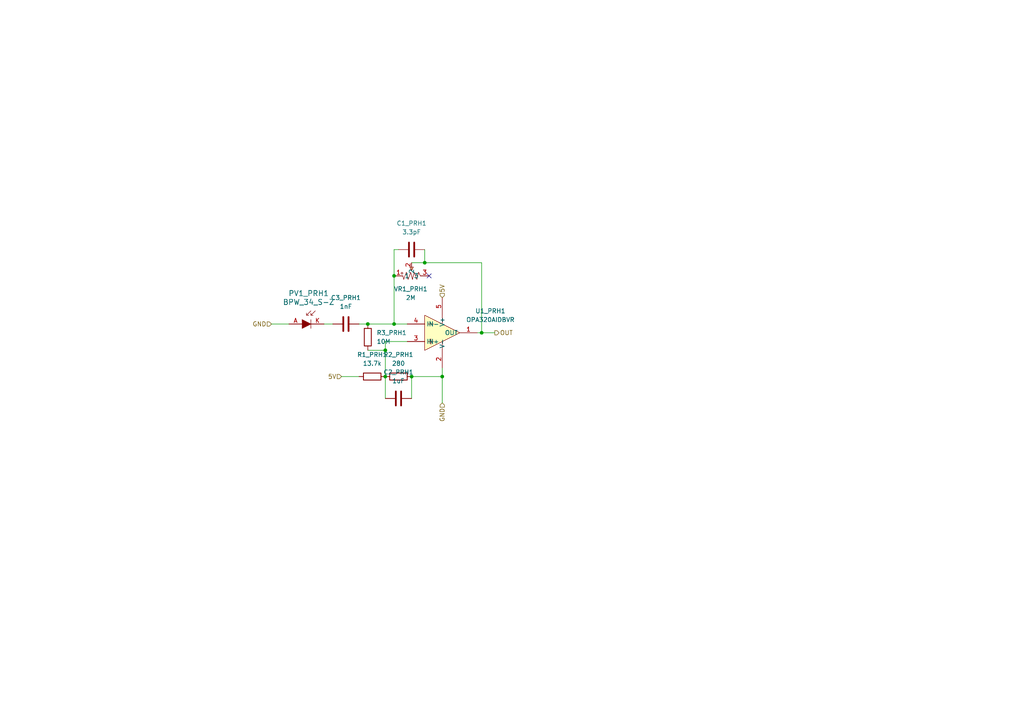
<source format=kicad_sch>
(kicad_sch (version 20231120) (generator "eeschema") (generator_version "8.0")
  (paper "A4")
  (lib_symbols
    (symbol "Device:C" (pin_numbers hide) (pin_names (offset 0.254))
      (property "Reference" "C" (at 0.635 2.54 0))
      (property "Value" "C" (at 0.635 -2.54 0))
      (symbol "C_0_1"
        (polyline (pts (xy -2.032 -0.762) (xy 2.032 -0.762)) (stroke (width 0.508)))
        (polyline (pts (xy -2.032 0.762) (xy 2.032 0.762)) (stroke (width 0.508)))
      )
      (symbol "C_1_1"
        (pin passive line (at 0 3.81 270) (length 2.794) (name "~") (number "1"))
        (pin passive line (at 0 -3.81 90) (length 2.794) (name "~") (number "2"))
      )
    )
    (symbol "Device:R" (pin_numbers hide) (pin_names (offset 0))
      (property "Reference" "R" (at 2.032 0 90))
      (property "Value" "R" (at 0 0 90))
      (symbol "R_0_1"
        (rectangle (start -1.016 -2.54) (end 1.016 2.54) (stroke (width 0.254)))
      )
      (symbol "R_1_1"
        (pin passive line (at 0 3.81 270) (length 1.27) (name "~") (number "1"))
        (pin passive line (at 0 -3.81 90) (length 1.27) (name "~") (number "2"))
      )
    )
    (symbol "dk_Optical-Sensors-Photodiodes:BPW_34_S-Z" (pin_names (offset 0))
      (property "Reference" "PV" (at 0 5.08 0))
      (property "Value" "BPW_34_S-Z" (at 0 -3.81 0))
      (symbol "BPW_34_S-Z_0_1"
        (polyline (pts (xy 1.27 1.27) (xy 1.27 -1.27)))
        (polyline (pts (xy -1.27 1.27) (xy -1.27 -1.27) (xy 1.27 0) (xy -1.27 1.27)) (fill (type outline)))
        (polyline (pts (xy 0 2.54) (xy 0.635 2.54) (xy 0 2.54) (xy 0 3.175) (xy 0 2.54) (xy 1.27 3.81)))
        (polyline (pts (xy 1.27 2.54) (xy 1.27 3.175) (xy 1.27 2.54) (xy 1.905 2.54) (xy 1.27 2.54) (xy 2.54 3.81)))
      )
      (symbol "BPW_34_S-Z_1_1"
        (pin passive line (at -5.08 0 0) (length 3.81) (name "~") (number "A"))
        (pin passive line (at 5.08 0 180) (length 3.81) (name "~") (number "K"))
      )
    )
    (symbol "easyeda2kicad:3313J-1-500E"
      (property "Reference" "R" (at 0 8.89 0))
      (property "Value" "3313J-1-500E" (at 0 -5.08 0))
      (symbol "3313J-1-500E_0_1"
        (polyline (pts (xy -2.54 0) (xy -2.03 1.02)))
        (polyline (pts (xy -2.03 1.02) (xy -1.52 -1.02)))
        (polyline (pts (xy -1.52 -1.02) (xy -0.76 1.02)))
        (polyline (pts (xy -0.76 1.02) (xy -0.25 -1.02)))
        (polyline (pts (xy -0.25 -1.02) (xy 0.25 1.02)))
        (polyline (pts (xy 0 2.54) (xy 0 1.52)))
        (polyline (pts (xy 0.25 1.02) (xy 1.02 -1.02)))
        (polyline (pts (xy 1.02 -1.02) (xy 1.52 1.02)))
        (polyline (pts (xy 1.52 1.02) (xy 2.29 -1.02)))
        (polyline (pts (xy 2.29 -1.02) (xy 2.54 0)))
        (polyline (pts (xy -0.51 2.54) (xy 0 1.52) (xy 0.51 2.54) (xy -0.51 2.54)) (fill (type background)))
        (circle (center 2.79 0.76) (radius 0.25))
        (pin unspecified line (at 5.08 0 180) (length 2.54) (name "1") (number "1"))
        (pin unspecified line (at 0 3.81 270) (length 1.27) (name "2") (number "2"))
        (pin unspecified line (at -5.08 0 0) (length 2.54) (name "3") (number "3"))
      )
    )
    (symbol "easyeda2kicad:OPA320AIDBVR"
      (property "Reference" "U" (at 0 15.24 0))
      (property "Value" "OPA320AIDBVR" (at 0 -15.24 0))
      (symbol "OPA320AIDBVR_0_1"
        (polyline (pts (xy -4.06 -2.54) (xy -2.54 -2.54)))
        (polyline (pts (xy -4.06 2.54) (xy -2.54 2.54)))
        (polyline (pts (xy -3.3 -1.78) (xy -3.3 -3.3)))
        (polyline (pts (xy 0 -2.54) (xy 0 -5.08)))
        (polyline (pts (xy 0 5.08) (xy 0 2.54)))
        (polyline (pts (xy -5.08 -5.08) (xy 5.08 0) (xy -5.08 5.08) (xy -5.08 -5.08)) (fill (type background)))
        (pin output line (at 10.16 0 180) (length 5.08) (name "OUT") (number "1"))
        (pin power_in line (at 0 -10.16 90) (length 5.08) (name "V-") (number "2"))
        (pin unspecified line (at -10.16 -2.54 0) (length 5.08) (name "IN+") (number "3"))
        (pin unspecified line (at -10.16 2.54 0) (length 5.08) (name "IN-") (number "4"))
        (pin power_in line (at 0 10.16 270) (length 5.08) (name "V+") (number "5"))
      )
    )
  )
  (junction (at 139.7 96.52))
  (junction (at 106.68 93.98))
  (junction (at 111.76 101.6))
  (junction (at 114.3 80.01))
  (junction (at 114.3 93.98))
  (junction (at 111.76 109.22))
  (junction (at 128.27 109.22))
  (junction (at 119.38 109.22))
  (junction (at 123.19 76.2))
  (no_connect (at 124.46 80.01))
  (wire (pts (xy 78.74 93.98) (xy 83.82 93.98)))
  (wire (pts (xy 119.38 109.22) (xy 128.27 109.22)))
  (wire (pts (xy 123.19 76.2) (xy 123.19 72.39)))
  (wire (pts (xy 99.06 109.22) (xy 104.14 109.22)))
  (wire (pts (xy 114.3 80.01) (xy 114.3 93.98)))
  (wire (pts (xy 111.76 99.06) (xy 118.11 99.06)))
  (wire (pts (xy 104.14 93.98) (xy 106.68 93.98)))
  (wire (pts (xy 143.51 96.52) (xy 139.7 96.52)))
  (wire (pts (xy 114.3 93.98) (xy 118.11 93.98)))
  (wire (pts (xy 119.38 76.2) (xy 123.19 76.2)))
  (wire (pts (xy 128.27 109.22) (xy 128.27 106.68)))
  (wire (pts (xy 128.27 116.84) (xy 128.27 109.22)))
  (wire (pts (xy 106.68 101.6) (xy 111.76 101.6)))
  (wire (pts (xy 139.7 96.52) (xy 139.7 76.2)))
  (wire (pts (xy 139.7 96.52) (xy 138.43 96.52)))
  (wire (pts (xy 93.98 93.98) (xy 96.52 93.98)))
  (wire (pts (xy 111.76 109.22) (xy 111.76 115.57)))
  (wire (pts (xy 114.3 72.39) (xy 115.57 72.39)))
  (wire (pts (xy 111.76 101.6) (xy 111.76 99.06)))
  (wire (pts (xy 114.3 80.01) (xy 114.3 72.39)))
  (wire (pts (xy 139.7 76.2) (xy 123.19 76.2)))
  (wire (pts (xy 111.76 109.22) (xy 111.76 101.6)))
  (wire (pts (xy 106.68 93.98) (xy 114.3 93.98)))
  (wire (pts (xy 119.38 109.22) (xy 119.38 115.57)))
  (hierarchical_label "5V" (shape input) (at 128.27 86.36 90))
  (hierarchical_label "5V" (shape input) (at 99.06 109.22 180))
  (hierarchical_label "GND" (shape input) (at 128.27 116.84 270))
  (hierarchical_label "GND" (shape input) (at 78.74 93.98 180))
  (hierarchical_label "OUT" (shape output) (at 143.51 96.52 0))
  (symbol (lib_id "easyeda2kicad:OPA320AIDBVR") (at 128.27 96.52 0) (unit 1)
    (property "Reference" "U1_PRH1" (at 142.24 90.2014 0))
    (property "Value" "OPA320AIDBVR" (at 142.24 92.7414 0))
    (property "Footprint" "easyeda2kicad:SOT-23-5_L3.0-W1.7-P0.95-LS2.8-BR" (effects (hide yes)))
    (property "Datasheet" "https://lcsc.com/product-detail/Precision-OpAmps_TI_OPA320AIDBVR_OPA320AIDBVR_C92494.html" (effects (hide yes)))
    (property "Description" "20MHz 0.2pA Single SOT-23-5  Precision OpAmps ROHS" (effects (hide yes)))
    (property "MFR" "OPA320AIDBVR" (effects (hide yes)))
    (property "LCSC" "C92494" (effects (hide yes)))
    (property "URL" "https://jlcpcb.com/partdetail/TexasInstruments-OPA320AIDBVR/C92494" (effects (hide yes)))
  )
  (symbol (lib_id "Device:R") (at 115.57 109.22 90) (unit 1)
    (property "Reference" "R2_PRH1" (at 115.57 102.87 90))
    (property "Value" "280" (at 115.57 105.41 90))
    (property "Footprint" "Resistor_SMD:R_0402_1005Metric" (effects (hide yes)))
    (property "Description" "62.5mW Thick Film Resistors 50V ±1% ±200ppm/℃ 280Ω 0402  Chip Resistor - Surface Mount ROHS" (effects (hide yes)))
    (property "MFR" "RC-02W2800FT" (effects (hide yes)))
    (property "LCSC" "C321421" (effects (hide yes)))
    (property "URL" "https://jlcpcb.com/partdetail/302326-RC02W2800FT/C321421" (effects (hide yes)))
  )
  (symbol (lib_id "Device:R") (at 106.68 97.79 0) (unit 1)
    (property "Reference" "R3_PRH1" (at 109.22 96.5199 0) (effects (justify left)))
    (property "Value" "10M" (at 109.22 99.0599 0) (effects (justify left)))
    (property "Footprint" "Resistor_SMD:R_0402_1005Metric" (effects (hide yes)))
    (property "Description" "Resistor" (effects (hide yes)))
  )
  (symbol (lib_id "dk_Optical-Sensors-Photodiodes:BPW_34_S-Z") (at 88.9 93.98 0) (unit 1)
    (property "Reference" "PV1_PRH1" (at 89.535 85.09 0) (effects (font (size 1.524 1.524))))
    (property "Value" "BPW_34_S-Z" (at 89.535 87.63 0) (effects (font (size 1.524 1.524))))
    (property "Footprint" "digikey-footprints:LED_2-SMD_Gull_Wing_4.4x3.85mm" (effects (hide yes)))
    (property "Datasheet" "https://media.digikey.com/pdf/Data%20Sheets/Osram%20PDFs/bpw34_spdf.pdf" (effects (hide yes)))
    (property "Description" "32V 920nm 420nm~1120nm 2nA SMD,3.7x6.2mm  Photodiodes ROHS" (effects (hide yes)))
    (property "MFR" "BPW34S-Z" (effects (hide yes)))
    (property "LCSC" "C67891" (effects (hide yes)))
    (property "URL" "https://jlcpcb.com/partdetail/Osram_OptoSemicon-BPW34SZ/C67891" (effects (hide yes)))
  )
  (symbol (lib_id "Device:C") (at 119.38 72.39 90) (unit 1)
    (property "Reference" "C1_PRH1" (at 119.38 64.77 90))
    (property "Value" "3.3pF" (at 119.38 67.31 90))
    (property "Footprint" "Capacitor_SMD:C_0402_1005Metric" (effects (hide yes)))
    (property "Description" "50V 3.3pF C0G 0402  Multilayer Ceramic Capacitors MLCC - SMD/SMT ROHS" (effects (hide yes)))
    (property "MFR" "0402CG3R3C500NT" (effects (hide yes)))
    (property "LCSC" "C1565" (effects (hide yes)))
    (property "URL" "https://jlcpcb.com/partdetail/1917-0402CG3R3C500NT/C1565" (effects (hide yes)))
  )
  (symbol (lib_id "Device:R") (at 107.95 109.22 90) (unit 1)
    (property "Reference" "R1_PRH1" (at 107.95 102.87 90))
    (property "Value" "13.7k" (at 107.95 105.41 90))
    (property "Footprint" "Resistor_SMD:R_0402_1005Metric" (effects (hide yes)))
    (property "Description" "62.5mW Thick Film Resistors 50V ±100ppm/℃ ±1% 13.7kΩ 0402  Chip Resistor - Surface Mount ROHS" (effects (hide yes)))
    (property "MFR" "0402WGF1372TCE" (effects (hide yes)))
    (property "LCSC" "C25854" (effects (hide yes)))
    (property "URL" "https://jlcpcb.com/partdetail/26597-0402WGF1372TCE/C25854" (effects (hide yes)))
  )
  (symbol (lib_id "easyeda2kicad:3313J-1-500E") (at 119.38 80.01 0) (mirror y) (unit 1)
    (property "Reference" "VR1_PRH1" (at 119.13 83.82 0))
    (property "Value" "2M" (at 119.13 86.36 0))
    (property "Footprint" "easyeda2kicad:RES-ADJ-SMD_3313J-1" (effects (hide yes)))
    (property "Datasheet" "https://lcsc.com/product-detail/Precision-Potentiometer_BOURNS_3313J-1-500E_50R-10_C124624.html" (effects (hide yes)))
    (property "Description" "±20% ±100ppm/℃ 125mW 2MΩ SMD,3.2x3.5mm  Variable Resistors/Potentiometers ROHS" (effects (hide yes)))
    (property "MFR" "3313J-1-205E" (effects (hide yes)))
    (property "LCSC" "C124623" (effects (hide yes)))
    (property "URL" "https://jlcpcb.com/partdetail/Bourns-3313J_1205E/C124623" (effects (hide yes)))
  )
  (symbol (lib_id "Device:C") (at 100.33 93.98 90) (unit 1)
    (property "Reference" "C3_PRH1" (at 100.33 86.36 90))
    (property "Value" "1nF" (at 100.33 88.9 90))
    (property "Footprint" "Capacitor_SMD:C_0402_1005Metric" (effects (hide yes)))
    (property "Description" "50V 1nF X7R ±10% 0402  Multilayer Ceramic Capacitors MLCC - SMD/SMT ROHS" (effects (hide yes)))
    (property "MFR" "CC0402KRX7R9BB102" (effects (hide yes)))
    (property "LCSC" "C106205" (effects (hide yes)))
    (property "URL" "https://jlcpcb.com/partdetail/Yageo-CC0402KRX7R9BB102/C106205" (effects (hide yes)))
  )
  (symbol (lib_id "Device:C") (at 115.57 115.57 90) (unit 1)
    (property "Reference" "C2_PRH1" (at 115.57 107.95 90))
    (property "Value" "1uF" (at 115.57 110.49 90))
    (property "Footprint" "Capacitor_SMD:C_0402_1005Metric" (effects (hide yes)))
    (property "Description" "10V 1uF X5R ±10% 0402  Multilayer Ceramic Capacitors MLCC - SMD/SMT ROHS" (effects (hide yes)))
    (property "MFR" "CL05A105KP5NNNC" (effects (hide yes)))
    (property "LCSC" "C14445" (effects (hide yes)))
    (property "URL" "https://jlcpcb.com/partdetail/15107-CL05A105KP5NNNC/C14445" (effects (hide yes)))
  )
)
</source>
